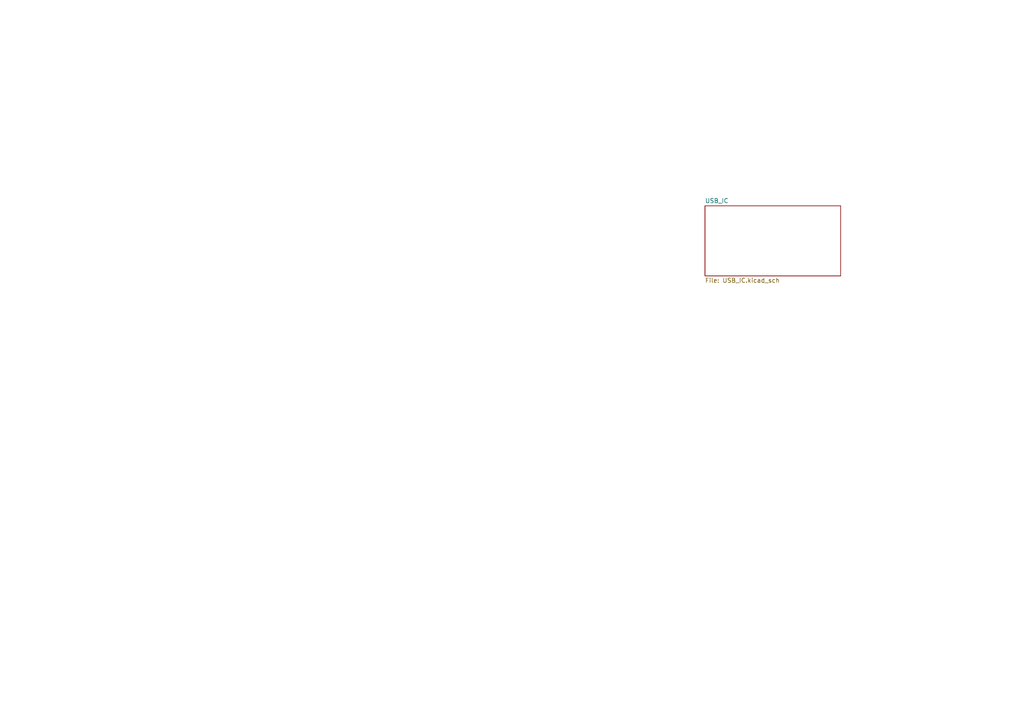
<source format=kicad_sch>
(kicad_sch (version 20230121) (generator eeschema)
  (paper "A4")
  (lib_symbols)
  (sheet (at 204.47 59.69) (size 39.37 20.32) (stroke (width 0.1524))
    (property "Sheetname" "USB_IC" (at 204.47 58.9784 0) (effects (justify left bottom)))
    (property "Sheetfile" "USB_IC.kicad_sch" (at 204.47 80.5946 0) (effects (justify left top)))
  )
)
</source>
